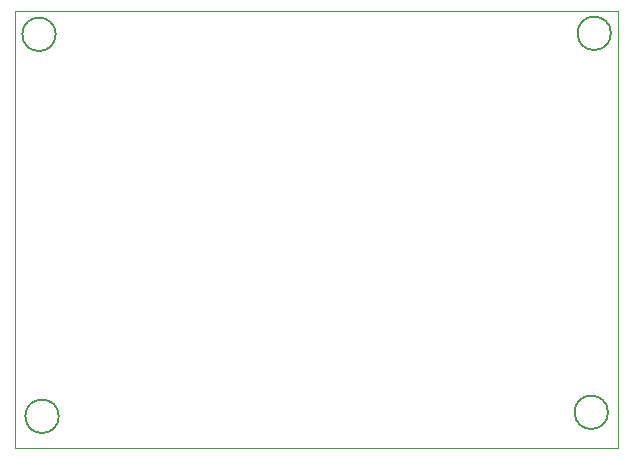
<source format=gbr>
G04 #@! TF.GenerationSoftware,KiCad,Pcbnew,(5.1.5)-3*
G04 #@! TF.CreationDate,2021-04-24T18:22:02+02:00*
G04 #@! TF.ProjectId,control-probador-motores-pap,636f6e74-726f-46c2-9d70-726f6261646f,1.0*
G04 #@! TF.SameCoordinates,Original*
G04 #@! TF.FileFunction,Profile,NP*
%FSLAX46Y46*%
G04 Gerber Fmt 4.6, Leading zero omitted, Abs format (unit mm)*
G04 Created by KiCad (PCBNEW (5.1.5)-3) date 2021-04-24 18:22:02*
%MOMM*%
%LPD*%
G04 APERTURE LIST*
%ADD10C,0.050000*%
%ADD11C,0.150000*%
G04 APERTURE END LIST*
D10*
X101493200Y-104750000D02*
X101500000Y-67750000D01*
X152500000Y-104750000D02*
X101493200Y-104750000D01*
X152500000Y-67750000D02*
X152500000Y-104750000D01*
X101500000Y-67750000D02*
X152500000Y-67750000D01*
D11*
X151914214Y-69664214D02*
G75*
G03X151914214Y-69664214I-1414214J0D01*
G01*
X104907414Y-69750000D02*
G75*
G03X104907414Y-69750000I-1414214J0D01*
G01*
X105164214Y-102085786D02*
G75*
G03X105164214Y-102085786I-1414214J0D01*
G01*
X151664214Y-101750000D02*
G75*
G03X151664214Y-101750000I-1414214J0D01*
G01*
M02*

</source>
